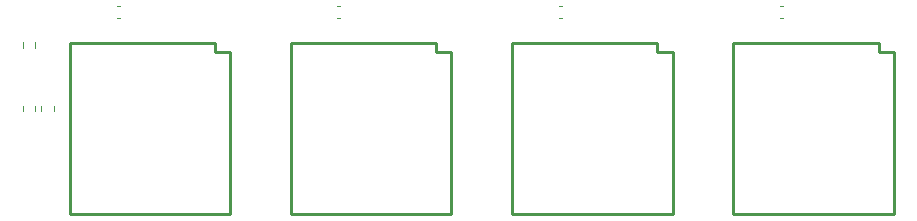
<source format=gto>
%TF.GenerationSoftware,KiCad,Pcbnew,(6.0.1)*%
%TF.CreationDate,2022-03-04T18:54:32+03:00*%
%TF.ProjectId,MICROSD_EM_V1.1,4d494352-4f53-4445-9f45-4d5f56312e31,rev?*%
%TF.SameCoordinates,Original*%
%TF.FileFunction,Legend,Top*%
%TF.FilePolarity,Positive*%
%FSLAX46Y46*%
G04 Gerber Fmt 4.6, Leading zero omitted, Abs format (unit mm)*
G04 Created by KiCad (PCBNEW (6.0.1)) date 2022-03-04 18:54:32*
%MOMM*%
%LPD*%
G01*
G04 APERTURE LIST*
%ADD10C,0.120000*%
%ADD11C,0.254000*%
G04 APERTURE END LIST*
D10*
%TO.C,R3*%
X98577500Y-137162742D02*
X98577500Y-137637258D01*
X99622500Y-137162742D02*
X99622500Y-137637258D01*
%TO.C,C3*%
X125490580Y-129760000D02*
X125209420Y-129760000D01*
X125490580Y-128740000D02*
X125209420Y-128740000D01*
%TO.C,C1*%
X162965580Y-128740000D02*
X162684420Y-128740000D01*
X162965580Y-129760000D02*
X162684420Y-129760000D01*
D11*
%TO.C,J4*%
X116158333Y-132661499D02*
X116158333Y-146361500D01*
X116158333Y-132661499D02*
X114858333Y-132661499D01*
X102558335Y-131861498D02*
X102558335Y-146361500D01*
X114858333Y-131861498D02*
X114858333Y-132661499D01*
X114858333Y-131861498D02*
X102558335Y-131861498D01*
X116158333Y-146361500D02*
X102558335Y-146361500D01*
%TO.C,J3*%
X133591666Y-131861498D02*
X121291668Y-131861498D01*
X134891666Y-132661499D02*
X134891666Y-146361500D01*
X133591666Y-131861498D02*
X133591666Y-132661499D01*
X134891666Y-146361500D02*
X121291668Y-146361500D01*
X121291668Y-131861498D02*
X121291668Y-146361500D01*
X134891666Y-132661499D02*
X133591666Y-132661499D01*
D10*
%TO.C,C2*%
X144240580Y-129760000D02*
X143959420Y-129760000D01*
X144240580Y-128740000D02*
X143959420Y-128740000D01*
D11*
%TO.C,J1*%
X158758335Y-131861498D02*
X158758335Y-146361500D01*
X171058333Y-131861498D02*
X158758335Y-131861498D01*
X172358333Y-132661499D02*
X171058333Y-132661499D01*
X172358333Y-146361500D02*
X158758335Y-146361500D01*
X172358333Y-132661499D02*
X172358333Y-146361500D01*
X171058333Y-131861498D02*
X171058333Y-132661499D01*
D10*
%TO.C,R2*%
X98577500Y-132287258D02*
X98577500Y-131812742D01*
X99622500Y-132287258D02*
X99622500Y-131812742D01*
D11*
%TO.C,J2*%
X153624999Y-132661499D02*
X152324999Y-132661499D01*
X152324999Y-131861498D02*
X152324999Y-132661499D01*
X153624999Y-132661499D02*
X153624999Y-146361500D01*
X140025001Y-131861498D02*
X140025001Y-146361500D01*
X152324999Y-131861498D02*
X140025001Y-131861498D01*
X153624999Y-146361500D02*
X140025001Y-146361500D01*
D10*
%TO.C,R1*%
X100177500Y-137162742D02*
X100177500Y-137637258D01*
X101222500Y-137162742D02*
X101222500Y-137637258D01*
%TO.C,C4*%
X106840580Y-129760000D02*
X106559420Y-129760000D01*
X106840580Y-128740000D02*
X106559420Y-128740000D01*
%TD*%
M02*

</source>
